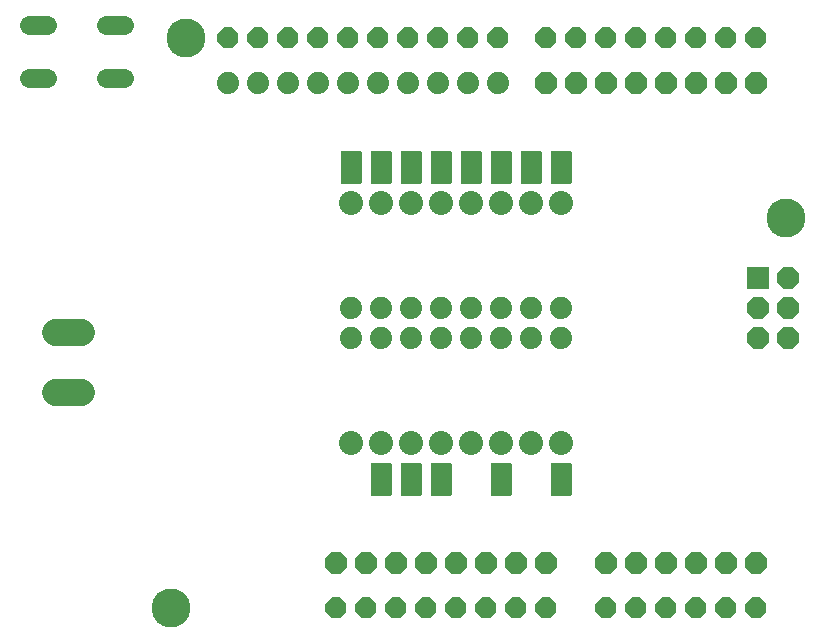
<source format=gbr>
G04 EAGLE Gerber RS-274X export*
G75*
%MOMM*%
%FSLAX34Y34*%
%LPD*%
%INSoldermask Top*%
%IPPOS*%
%AMOC8*
5,1,8,0,0,1.08239X$1,22.5*%
G01*
%ADD10C,3.301600*%
%ADD11P,1.924489X8X22.500000*%
%ADD12P,2.034460X8X22.500000*%
%ADD13R,1.879600X1.879600*%
%ADD14P,2.034460X8X292.500000*%
%ADD15C,1.879600*%
%ADD16P,2.034460X8X112.500000*%
%ADD17C,1.625600*%
%ADD18C,2.032000*%
%ADD19C,2.286000*%

G36*
X452238Y384826D02*
X452238Y384826D01*
X452357Y384833D01*
X452395Y384846D01*
X452436Y384851D01*
X452546Y384894D01*
X452659Y384931D01*
X452694Y384953D01*
X452731Y384968D01*
X452827Y385038D01*
X452928Y385101D01*
X452956Y385131D01*
X452989Y385154D01*
X453065Y385246D01*
X453146Y385333D01*
X453166Y385368D01*
X453191Y385399D01*
X453242Y385507D01*
X453300Y385611D01*
X453310Y385651D01*
X453327Y385687D01*
X453349Y385804D01*
X453379Y385919D01*
X453383Y385980D01*
X453387Y386000D01*
X453385Y386020D01*
X453389Y386080D01*
X453389Y411480D01*
X453374Y411598D01*
X453367Y411717D01*
X453354Y411755D01*
X453349Y411796D01*
X453306Y411906D01*
X453269Y412019D01*
X453247Y412054D01*
X453232Y412091D01*
X453163Y412187D01*
X453099Y412288D01*
X453069Y412316D01*
X453046Y412349D01*
X452954Y412425D01*
X452867Y412506D01*
X452832Y412526D01*
X452801Y412551D01*
X452693Y412602D01*
X452589Y412660D01*
X452549Y412670D01*
X452513Y412687D01*
X452396Y412709D01*
X452281Y412739D01*
X452221Y412743D01*
X452201Y412747D01*
X452180Y412745D01*
X452120Y412749D01*
X436880Y412749D01*
X436762Y412734D01*
X436643Y412727D01*
X436605Y412714D01*
X436564Y412709D01*
X436454Y412666D01*
X436341Y412629D01*
X436306Y412607D01*
X436269Y412592D01*
X436173Y412523D01*
X436072Y412459D01*
X436044Y412429D01*
X436011Y412406D01*
X435936Y412314D01*
X435854Y412227D01*
X435834Y412192D01*
X435809Y412161D01*
X435758Y412053D01*
X435700Y411949D01*
X435690Y411909D01*
X435673Y411873D01*
X435651Y411756D01*
X435621Y411641D01*
X435617Y411581D01*
X435613Y411561D01*
X435614Y411549D01*
X435613Y411546D01*
X435614Y411533D01*
X435611Y411480D01*
X435611Y386080D01*
X435626Y385962D01*
X435633Y385843D01*
X435646Y385805D01*
X435651Y385764D01*
X435694Y385654D01*
X435731Y385541D01*
X435753Y385506D01*
X435768Y385469D01*
X435838Y385373D01*
X435901Y385272D01*
X435931Y385244D01*
X435954Y385211D01*
X436046Y385136D01*
X436133Y385054D01*
X436168Y385034D01*
X436199Y385009D01*
X436307Y384958D01*
X436411Y384900D01*
X436451Y384890D01*
X436487Y384873D01*
X436604Y384851D01*
X436719Y384821D01*
X436780Y384817D01*
X436800Y384813D01*
X436820Y384815D01*
X436880Y384811D01*
X452120Y384811D01*
X452238Y384826D01*
G37*
G36*
X299838Y384826D02*
X299838Y384826D01*
X299957Y384833D01*
X299995Y384846D01*
X300036Y384851D01*
X300146Y384894D01*
X300259Y384931D01*
X300294Y384953D01*
X300331Y384968D01*
X300427Y385038D01*
X300528Y385101D01*
X300556Y385131D01*
X300589Y385154D01*
X300665Y385246D01*
X300746Y385333D01*
X300766Y385368D01*
X300791Y385399D01*
X300842Y385507D01*
X300900Y385611D01*
X300910Y385651D01*
X300927Y385687D01*
X300949Y385804D01*
X300979Y385919D01*
X300983Y385980D01*
X300987Y386000D01*
X300985Y386020D01*
X300989Y386080D01*
X300989Y411480D01*
X300974Y411598D01*
X300967Y411717D01*
X300954Y411755D01*
X300949Y411796D01*
X300906Y411906D01*
X300869Y412019D01*
X300847Y412054D01*
X300832Y412091D01*
X300763Y412187D01*
X300699Y412288D01*
X300669Y412316D01*
X300646Y412349D01*
X300554Y412425D01*
X300467Y412506D01*
X300432Y412526D01*
X300401Y412551D01*
X300293Y412602D01*
X300189Y412660D01*
X300149Y412670D01*
X300113Y412687D01*
X299996Y412709D01*
X299881Y412739D01*
X299821Y412743D01*
X299801Y412747D01*
X299780Y412745D01*
X299720Y412749D01*
X284480Y412749D01*
X284362Y412734D01*
X284243Y412727D01*
X284205Y412714D01*
X284164Y412709D01*
X284054Y412666D01*
X283941Y412629D01*
X283906Y412607D01*
X283869Y412592D01*
X283773Y412523D01*
X283672Y412459D01*
X283644Y412429D01*
X283611Y412406D01*
X283536Y412314D01*
X283454Y412227D01*
X283434Y412192D01*
X283409Y412161D01*
X283358Y412053D01*
X283300Y411949D01*
X283290Y411909D01*
X283273Y411873D01*
X283251Y411756D01*
X283221Y411641D01*
X283217Y411581D01*
X283213Y411561D01*
X283214Y411549D01*
X283213Y411546D01*
X283214Y411533D01*
X283211Y411480D01*
X283211Y386080D01*
X283226Y385962D01*
X283233Y385843D01*
X283246Y385805D01*
X283251Y385764D01*
X283294Y385654D01*
X283331Y385541D01*
X283353Y385506D01*
X283368Y385469D01*
X283438Y385373D01*
X283501Y385272D01*
X283531Y385244D01*
X283554Y385211D01*
X283646Y385136D01*
X283733Y385054D01*
X283768Y385034D01*
X283799Y385009D01*
X283907Y384958D01*
X284011Y384900D01*
X284051Y384890D01*
X284087Y384873D01*
X284204Y384851D01*
X284319Y384821D01*
X284380Y384817D01*
X284400Y384813D01*
X284420Y384815D01*
X284480Y384811D01*
X299720Y384811D01*
X299838Y384826D01*
G37*
G36*
X477638Y384826D02*
X477638Y384826D01*
X477757Y384833D01*
X477795Y384846D01*
X477836Y384851D01*
X477946Y384894D01*
X478059Y384931D01*
X478094Y384953D01*
X478131Y384968D01*
X478227Y385038D01*
X478328Y385101D01*
X478356Y385131D01*
X478389Y385154D01*
X478465Y385246D01*
X478546Y385333D01*
X478566Y385368D01*
X478591Y385399D01*
X478642Y385507D01*
X478700Y385611D01*
X478710Y385651D01*
X478727Y385687D01*
X478749Y385804D01*
X478779Y385919D01*
X478783Y385980D01*
X478787Y386000D01*
X478785Y386020D01*
X478789Y386080D01*
X478789Y411480D01*
X478774Y411598D01*
X478767Y411717D01*
X478754Y411755D01*
X478749Y411796D01*
X478706Y411906D01*
X478669Y412019D01*
X478647Y412054D01*
X478632Y412091D01*
X478563Y412187D01*
X478499Y412288D01*
X478469Y412316D01*
X478446Y412349D01*
X478354Y412425D01*
X478267Y412506D01*
X478232Y412526D01*
X478201Y412551D01*
X478093Y412602D01*
X477989Y412660D01*
X477949Y412670D01*
X477913Y412687D01*
X477796Y412709D01*
X477681Y412739D01*
X477621Y412743D01*
X477601Y412747D01*
X477580Y412745D01*
X477520Y412749D01*
X462280Y412749D01*
X462162Y412734D01*
X462043Y412727D01*
X462005Y412714D01*
X461964Y412709D01*
X461854Y412666D01*
X461741Y412629D01*
X461706Y412607D01*
X461669Y412592D01*
X461573Y412523D01*
X461472Y412459D01*
X461444Y412429D01*
X461411Y412406D01*
X461336Y412314D01*
X461254Y412227D01*
X461234Y412192D01*
X461209Y412161D01*
X461158Y412053D01*
X461100Y411949D01*
X461090Y411909D01*
X461073Y411873D01*
X461051Y411756D01*
X461021Y411641D01*
X461017Y411581D01*
X461013Y411561D01*
X461014Y411549D01*
X461013Y411546D01*
X461014Y411533D01*
X461011Y411480D01*
X461011Y386080D01*
X461026Y385962D01*
X461033Y385843D01*
X461046Y385805D01*
X461051Y385764D01*
X461094Y385654D01*
X461131Y385541D01*
X461153Y385506D01*
X461168Y385469D01*
X461238Y385373D01*
X461301Y385272D01*
X461331Y385244D01*
X461354Y385211D01*
X461446Y385136D01*
X461533Y385054D01*
X461568Y385034D01*
X461599Y385009D01*
X461707Y384958D01*
X461811Y384900D01*
X461851Y384890D01*
X461887Y384873D01*
X462004Y384851D01*
X462119Y384821D01*
X462180Y384817D01*
X462200Y384813D01*
X462220Y384815D01*
X462280Y384811D01*
X477520Y384811D01*
X477638Y384826D01*
G37*
G36*
X426838Y384826D02*
X426838Y384826D01*
X426957Y384833D01*
X426995Y384846D01*
X427036Y384851D01*
X427146Y384894D01*
X427259Y384931D01*
X427294Y384953D01*
X427331Y384968D01*
X427427Y385038D01*
X427528Y385101D01*
X427556Y385131D01*
X427589Y385154D01*
X427665Y385246D01*
X427746Y385333D01*
X427766Y385368D01*
X427791Y385399D01*
X427842Y385507D01*
X427900Y385611D01*
X427910Y385651D01*
X427927Y385687D01*
X427949Y385804D01*
X427979Y385919D01*
X427983Y385980D01*
X427987Y386000D01*
X427985Y386020D01*
X427989Y386080D01*
X427989Y411480D01*
X427974Y411598D01*
X427967Y411717D01*
X427954Y411755D01*
X427949Y411796D01*
X427906Y411906D01*
X427869Y412019D01*
X427847Y412054D01*
X427832Y412091D01*
X427763Y412187D01*
X427699Y412288D01*
X427669Y412316D01*
X427646Y412349D01*
X427554Y412425D01*
X427467Y412506D01*
X427432Y412526D01*
X427401Y412551D01*
X427293Y412602D01*
X427189Y412660D01*
X427149Y412670D01*
X427113Y412687D01*
X426996Y412709D01*
X426881Y412739D01*
X426821Y412743D01*
X426801Y412747D01*
X426780Y412745D01*
X426720Y412749D01*
X411480Y412749D01*
X411362Y412734D01*
X411243Y412727D01*
X411205Y412714D01*
X411164Y412709D01*
X411054Y412666D01*
X410941Y412629D01*
X410906Y412607D01*
X410869Y412592D01*
X410773Y412523D01*
X410672Y412459D01*
X410644Y412429D01*
X410611Y412406D01*
X410536Y412314D01*
X410454Y412227D01*
X410434Y412192D01*
X410409Y412161D01*
X410358Y412053D01*
X410300Y411949D01*
X410290Y411909D01*
X410273Y411873D01*
X410251Y411756D01*
X410221Y411641D01*
X410217Y411581D01*
X410213Y411561D01*
X410214Y411549D01*
X410213Y411546D01*
X410214Y411533D01*
X410211Y411480D01*
X410211Y386080D01*
X410226Y385962D01*
X410233Y385843D01*
X410246Y385805D01*
X410251Y385764D01*
X410294Y385654D01*
X410331Y385541D01*
X410353Y385506D01*
X410368Y385469D01*
X410438Y385373D01*
X410501Y385272D01*
X410531Y385244D01*
X410554Y385211D01*
X410646Y385136D01*
X410733Y385054D01*
X410768Y385034D01*
X410799Y385009D01*
X410907Y384958D01*
X411011Y384900D01*
X411051Y384890D01*
X411087Y384873D01*
X411204Y384851D01*
X411319Y384821D01*
X411380Y384817D01*
X411400Y384813D01*
X411420Y384815D01*
X411480Y384811D01*
X426720Y384811D01*
X426838Y384826D01*
G37*
G36*
X325238Y384826D02*
X325238Y384826D01*
X325357Y384833D01*
X325395Y384846D01*
X325436Y384851D01*
X325546Y384894D01*
X325659Y384931D01*
X325694Y384953D01*
X325731Y384968D01*
X325827Y385038D01*
X325928Y385101D01*
X325956Y385131D01*
X325989Y385154D01*
X326065Y385246D01*
X326146Y385333D01*
X326166Y385368D01*
X326191Y385399D01*
X326242Y385507D01*
X326300Y385611D01*
X326310Y385651D01*
X326327Y385687D01*
X326349Y385804D01*
X326379Y385919D01*
X326383Y385980D01*
X326387Y386000D01*
X326385Y386020D01*
X326389Y386080D01*
X326389Y411480D01*
X326374Y411598D01*
X326367Y411717D01*
X326354Y411755D01*
X326349Y411796D01*
X326306Y411906D01*
X326269Y412019D01*
X326247Y412054D01*
X326232Y412091D01*
X326163Y412187D01*
X326099Y412288D01*
X326069Y412316D01*
X326046Y412349D01*
X325954Y412425D01*
X325867Y412506D01*
X325832Y412526D01*
X325801Y412551D01*
X325693Y412602D01*
X325589Y412660D01*
X325549Y412670D01*
X325513Y412687D01*
X325396Y412709D01*
X325281Y412739D01*
X325221Y412743D01*
X325201Y412747D01*
X325180Y412745D01*
X325120Y412749D01*
X309880Y412749D01*
X309762Y412734D01*
X309643Y412727D01*
X309605Y412714D01*
X309564Y412709D01*
X309454Y412666D01*
X309341Y412629D01*
X309306Y412607D01*
X309269Y412592D01*
X309173Y412523D01*
X309072Y412459D01*
X309044Y412429D01*
X309011Y412406D01*
X308936Y412314D01*
X308854Y412227D01*
X308834Y412192D01*
X308809Y412161D01*
X308758Y412053D01*
X308700Y411949D01*
X308690Y411909D01*
X308673Y411873D01*
X308651Y411756D01*
X308621Y411641D01*
X308617Y411581D01*
X308613Y411561D01*
X308614Y411549D01*
X308613Y411546D01*
X308614Y411533D01*
X308611Y411480D01*
X308611Y386080D01*
X308626Y385962D01*
X308633Y385843D01*
X308646Y385805D01*
X308651Y385764D01*
X308694Y385654D01*
X308731Y385541D01*
X308753Y385506D01*
X308768Y385469D01*
X308838Y385373D01*
X308901Y385272D01*
X308931Y385244D01*
X308954Y385211D01*
X309046Y385136D01*
X309133Y385054D01*
X309168Y385034D01*
X309199Y385009D01*
X309307Y384958D01*
X309411Y384900D01*
X309451Y384890D01*
X309487Y384873D01*
X309604Y384851D01*
X309719Y384821D01*
X309780Y384817D01*
X309800Y384813D01*
X309820Y384815D01*
X309880Y384811D01*
X325120Y384811D01*
X325238Y384826D01*
G37*
G36*
X350638Y384826D02*
X350638Y384826D01*
X350757Y384833D01*
X350795Y384846D01*
X350836Y384851D01*
X350946Y384894D01*
X351059Y384931D01*
X351094Y384953D01*
X351131Y384968D01*
X351227Y385038D01*
X351328Y385101D01*
X351356Y385131D01*
X351389Y385154D01*
X351465Y385246D01*
X351546Y385333D01*
X351566Y385368D01*
X351591Y385399D01*
X351642Y385507D01*
X351700Y385611D01*
X351710Y385651D01*
X351727Y385687D01*
X351749Y385804D01*
X351779Y385919D01*
X351783Y385980D01*
X351787Y386000D01*
X351785Y386020D01*
X351789Y386080D01*
X351789Y411480D01*
X351774Y411598D01*
X351767Y411717D01*
X351754Y411755D01*
X351749Y411796D01*
X351706Y411906D01*
X351669Y412019D01*
X351647Y412054D01*
X351632Y412091D01*
X351563Y412187D01*
X351499Y412288D01*
X351469Y412316D01*
X351446Y412349D01*
X351354Y412425D01*
X351267Y412506D01*
X351232Y412526D01*
X351201Y412551D01*
X351093Y412602D01*
X350989Y412660D01*
X350949Y412670D01*
X350913Y412687D01*
X350796Y412709D01*
X350681Y412739D01*
X350621Y412743D01*
X350601Y412747D01*
X350580Y412745D01*
X350520Y412749D01*
X335280Y412749D01*
X335162Y412734D01*
X335043Y412727D01*
X335005Y412714D01*
X334964Y412709D01*
X334854Y412666D01*
X334741Y412629D01*
X334706Y412607D01*
X334669Y412592D01*
X334573Y412523D01*
X334472Y412459D01*
X334444Y412429D01*
X334411Y412406D01*
X334336Y412314D01*
X334254Y412227D01*
X334234Y412192D01*
X334209Y412161D01*
X334158Y412053D01*
X334100Y411949D01*
X334090Y411909D01*
X334073Y411873D01*
X334051Y411756D01*
X334021Y411641D01*
X334017Y411581D01*
X334013Y411561D01*
X334014Y411549D01*
X334013Y411546D01*
X334014Y411533D01*
X334011Y411480D01*
X334011Y386080D01*
X334026Y385962D01*
X334033Y385843D01*
X334046Y385805D01*
X334051Y385764D01*
X334094Y385654D01*
X334131Y385541D01*
X334153Y385506D01*
X334168Y385469D01*
X334238Y385373D01*
X334301Y385272D01*
X334331Y385244D01*
X334354Y385211D01*
X334446Y385136D01*
X334533Y385054D01*
X334568Y385034D01*
X334599Y385009D01*
X334707Y384958D01*
X334811Y384900D01*
X334851Y384890D01*
X334887Y384873D01*
X335004Y384851D01*
X335119Y384821D01*
X335180Y384817D01*
X335200Y384813D01*
X335220Y384815D01*
X335280Y384811D01*
X350520Y384811D01*
X350638Y384826D01*
G37*
G36*
X401438Y384826D02*
X401438Y384826D01*
X401557Y384833D01*
X401595Y384846D01*
X401636Y384851D01*
X401746Y384894D01*
X401859Y384931D01*
X401894Y384953D01*
X401931Y384968D01*
X402027Y385038D01*
X402128Y385101D01*
X402156Y385131D01*
X402189Y385154D01*
X402265Y385246D01*
X402346Y385333D01*
X402366Y385368D01*
X402391Y385399D01*
X402442Y385507D01*
X402500Y385611D01*
X402510Y385651D01*
X402527Y385687D01*
X402549Y385804D01*
X402579Y385919D01*
X402583Y385980D01*
X402587Y386000D01*
X402585Y386020D01*
X402589Y386080D01*
X402589Y411480D01*
X402574Y411598D01*
X402567Y411717D01*
X402554Y411755D01*
X402549Y411796D01*
X402506Y411906D01*
X402469Y412019D01*
X402447Y412054D01*
X402432Y412091D01*
X402363Y412187D01*
X402299Y412288D01*
X402269Y412316D01*
X402246Y412349D01*
X402154Y412425D01*
X402067Y412506D01*
X402032Y412526D01*
X402001Y412551D01*
X401893Y412602D01*
X401789Y412660D01*
X401749Y412670D01*
X401713Y412687D01*
X401596Y412709D01*
X401481Y412739D01*
X401421Y412743D01*
X401401Y412747D01*
X401380Y412745D01*
X401320Y412749D01*
X386080Y412749D01*
X385962Y412734D01*
X385843Y412727D01*
X385805Y412714D01*
X385764Y412709D01*
X385654Y412666D01*
X385541Y412629D01*
X385506Y412607D01*
X385469Y412592D01*
X385373Y412523D01*
X385272Y412459D01*
X385244Y412429D01*
X385211Y412406D01*
X385136Y412314D01*
X385054Y412227D01*
X385034Y412192D01*
X385009Y412161D01*
X384958Y412053D01*
X384900Y411949D01*
X384890Y411909D01*
X384873Y411873D01*
X384851Y411756D01*
X384821Y411641D01*
X384817Y411581D01*
X384813Y411561D01*
X384814Y411549D01*
X384813Y411546D01*
X384814Y411533D01*
X384811Y411480D01*
X384811Y386080D01*
X384826Y385962D01*
X384833Y385843D01*
X384846Y385805D01*
X384851Y385764D01*
X384894Y385654D01*
X384931Y385541D01*
X384953Y385506D01*
X384968Y385469D01*
X385038Y385373D01*
X385101Y385272D01*
X385131Y385244D01*
X385154Y385211D01*
X385246Y385136D01*
X385333Y385054D01*
X385368Y385034D01*
X385399Y385009D01*
X385507Y384958D01*
X385611Y384900D01*
X385651Y384890D01*
X385687Y384873D01*
X385804Y384851D01*
X385919Y384821D01*
X385980Y384817D01*
X386000Y384813D01*
X386020Y384815D01*
X386080Y384811D01*
X401320Y384811D01*
X401438Y384826D01*
G37*
G36*
X376038Y384826D02*
X376038Y384826D01*
X376157Y384833D01*
X376195Y384846D01*
X376236Y384851D01*
X376346Y384894D01*
X376459Y384931D01*
X376494Y384953D01*
X376531Y384968D01*
X376627Y385038D01*
X376728Y385101D01*
X376756Y385131D01*
X376789Y385154D01*
X376865Y385246D01*
X376946Y385333D01*
X376966Y385368D01*
X376991Y385399D01*
X377042Y385507D01*
X377100Y385611D01*
X377110Y385651D01*
X377127Y385687D01*
X377149Y385804D01*
X377179Y385919D01*
X377183Y385980D01*
X377187Y386000D01*
X377185Y386020D01*
X377189Y386080D01*
X377189Y411480D01*
X377174Y411598D01*
X377167Y411717D01*
X377154Y411755D01*
X377149Y411796D01*
X377106Y411906D01*
X377069Y412019D01*
X377047Y412054D01*
X377032Y412091D01*
X376963Y412187D01*
X376899Y412288D01*
X376869Y412316D01*
X376846Y412349D01*
X376754Y412425D01*
X376667Y412506D01*
X376632Y412526D01*
X376601Y412551D01*
X376493Y412602D01*
X376389Y412660D01*
X376349Y412670D01*
X376313Y412687D01*
X376196Y412709D01*
X376081Y412739D01*
X376021Y412743D01*
X376001Y412747D01*
X375980Y412745D01*
X375920Y412749D01*
X360680Y412749D01*
X360562Y412734D01*
X360443Y412727D01*
X360405Y412714D01*
X360364Y412709D01*
X360254Y412666D01*
X360141Y412629D01*
X360106Y412607D01*
X360069Y412592D01*
X359973Y412523D01*
X359872Y412459D01*
X359844Y412429D01*
X359811Y412406D01*
X359736Y412314D01*
X359654Y412227D01*
X359634Y412192D01*
X359609Y412161D01*
X359558Y412053D01*
X359500Y411949D01*
X359490Y411909D01*
X359473Y411873D01*
X359451Y411756D01*
X359421Y411641D01*
X359417Y411581D01*
X359413Y411561D01*
X359414Y411549D01*
X359413Y411546D01*
X359414Y411533D01*
X359411Y411480D01*
X359411Y386080D01*
X359426Y385962D01*
X359433Y385843D01*
X359446Y385805D01*
X359451Y385764D01*
X359494Y385654D01*
X359531Y385541D01*
X359553Y385506D01*
X359568Y385469D01*
X359638Y385373D01*
X359701Y385272D01*
X359731Y385244D01*
X359754Y385211D01*
X359846Y385136D01*
X359933Y385054D01*
X359968Y385034D01*
X359999Y385009D01*
X360107Y384958D01*
X360211Y384900D01*
X360251Y384890D01*
X360287Y384873D01*
X360404Y384851D01*
X360519Y384821D01*
X360580Y384817D01*
X360600Y384813D01*
X360620Y384815D01*
X360680Y384811D01*
X375920Y384811D01*
X376038Y384826D01*
G37*
G36*
X376038Y120666D02*
X376038Y120666D01*
X376157Y120673D01*
X376195Y120686D01*
X376236Y120691D01*
X376346Y120734D01*
X376459Y120771D01*
X376494Y120793D01*
X376531Y120808D01*
X376627Y120878D01*
X376728Y120941D01*
X376756Y120971D01*
X376789Y120994D01*
X376865Y121086D01*
X376946Y121173D01*
X376966Y121208D01*
X376991Y121239D01*
X377042Y121347D01*
X377100Y121451D01*
X377110Y121491D01*
X377127Y121527D01*
X377149Y121644D01*
X377179Y121759D01*
X377183Y121820D01*
X377187Y121840D01*
X377185Y121860D01*
X377189Y121920D01*
X377189Y147320D01*
X377174Y147438D01*
X377167Y147557D01*
X377154Y147595D01*
X377149Y147636D01*
X377106Y147746D01*
X377069Y147859D01*
X377047Y147894D01*
X377032Y147931D01*
X376963Y148027D01*
X376899Y148128D01*
X376869Y148156D01*
X376846Y148189D01*
X376754Y148265D01*
X376667Y148346D01*
X376632Y148366D01*
X376601Y148391D01*
X376493Y148442D01*
X376389Y148500D01*
X376349Y148510D01*
X376313Y148527D01*
X376196Y148549D01*
X376081Y148579D01*
X376021Y148583D01*
X376001Y148587D01*
X375980Y148585D01*
X375920Y148589D01*
X360680Y148589D01*
X360562Y148574D01*
X360443Y148567D01*
X360405Y148554D01*
X360364Y148549D01*
X360254Y148506D01*
X360141Y148469D01*
X360106Y148447D01*
X360069Y148432D01*
X359973Y148363D01*
X359872Y148299D01*
X359844Y148269D01*
X359811Y148246D01*
X359736Y148154D01*
X359654Y148067D01*
X359634Y148032D01*
X359609Y148001D01*
X359558Y147893D01*
X359500Y147789D01*
X359490Y147749D01*
X359473Y147713D01*
X359451Y147596D01*
X359421Y147481D01*
X359417Y147421D01*
X359413Y147401D01*
X359414Y147389D01*
X359413Y147386D01*
X359414Y147373D01*
X359411Y147320D01*
X359411Y121920D01*
X359426Y121802D01*
X359433Y121683D01*
X359446Y121645D01*
X359451Y121604D01*
X359494Y121494D01*
X359531Y121381D01*
X359553Y121346D01*
X359568Y121309D01*
X359638Y121213D01*
X359701Y121112D01*
X359731Y121084D01*
X359754Y121051D01*
X359846Y120976D01*
X359933Y120894D01*
X359968Y120874D01*
X359999Y120849D01*
X360107Y120798D01*
X360211Y120740D01*
X360251Y120730D01*
X360287Y120713D01*
X360404Y120691D01*
X360519Y120661D01*
X360580Y120657D01*
X360600Y120653D01*
X360620Y120655D01*
X360680Y120651D01*
X375920Y120651D01*
X376038Y120666D01*
G37*
G36*
X426838Y120666D02*
X426838Y120666D01*
X426957Y120673D01*
X426995Y120686D01*
X427036Y120691D01*
X427146Y120734D01*
X427259Y120771D01*
X427294Y120793D01*
X427331Y120808D01*
X427427Y120878D01*
X427528Y120941D01*
X427556Y120971D01*
X427589Y120994D01*
X427665Y121086D01*
X427746Y121173D01*
X427766Y121208D01*
X427791Y121239D01*
X427842Y121347D01*
X427900Y121451D01*
X427910Y121491D01*
X427927Y121527D01*
X427949Y121644D01*
X427979Y121759D01*
X427983Y121820D01*
X427987Y121840D01*
X427985Y121860D01*
X427989Y121920D01*
X427989Y147320D01*
X427974Y147438D01*
X427967Y147557D01*
X427954Y147595D01*
X427949Y147636D01*
X427906Y147746D01*
X427869Y147859D01*
X427847Y147894D01*
X427832Y147931D01*
X427763Y148027D01*
X427699Y148128D01*
X427669Y148156D01*
X427646Y148189D01*
X427554Y148265D01*
X427467Y148346D01*
X427432Y148366D01*
X427401Y148391D01*
X427293Y148442D01*
X427189Y148500D01*
X427149Y148510D01*
X427113Y148527D01*
X426996Y148549D01*
X426881Y148579D01*
X426821Y148583D01*
X426801Y148587D01*
X426780Y148585D01*
X426720Y148589D01*
X411480Y148589D01*
X411362Y148574D01*
X411243Y148567D01*
X411205Y148554D01*
X411164Y148549D01*
X411054Y148506D01*
X410941Y148469D01*
X410906Y148447D01*
X410869Y148432D01*
X410773Y148363D01*
X410672Y148299D01*
X410644Y148269D01*
X410611Y148246D01*
X410536Y148154D01*
X410454Y148067D01*
X410434Y148032D01*
X410409Y148001D01*
X410358Y147893D01*
X410300Y147789D01*
X410290Y147749D01*
X410273Y147713D01*
X410251Y147596D01*
X410221Y147481D01*
X410217Y147421D01*
X410213Y147401D01*
X410214Y147389D01*
X410213Y147386D01*
X410214Y147373D01*
X410211Y147320D01*
X410211Y121920D01*
X410226Y121802D01*
X410233Y121683D01*
X410246Y121645D01*
X410251Y121604D01*
X410294Y121494D01*
X410331Y121381D01*
X410353Y121346D01*
X410368Y121309D01*
X410438Y121213D01*
X410501Y121112D01*
X410531Y121084D01*
X410554Y121051D01*
X410646Y120976D01*
X410733Y120894D01*
X410768Y120874D01*
X410799Y120849D01*
X410907Y120798D01*
X411011Y120740D01*
X411051Y120730D01*
X411087Y120713D01*
X411204Y120691D01*
X411319Y120661D01*
X411380Y120657D01*
X411400Y120653D01*
X411420Y120655D01*
X411480Y120651D01*
X426720Y120651D01*
X426838Y120666D01*
G37*
G36*
X477638Y120666D02*
X477638Y120666D01*
X477757Y120673D01*
X477795Y120686D01*
X477836Y120691D01*
X477946Y120734D01*
X478059Y120771D01*
X478094Y120793D01*
X478131Y120808D01*
X478227Y120878D01*
X478328Y120941D01*
X478356Y120971D01*
X478389Y120994D01*
X478465Y121086D01*
X478546Y121173D01*
X478566Y121208D01*
X478591Y121239D01*
X478642Y121347D01*
X478700Y121451D01*
X478710Y121491D01*
X478727Y121527D01*
X478749Y121644D01*
X478779Y121759D01*
X478783Y121820D01*
X478787Y121840D01*
X478785Y121860D01*
X478789Y121920D01*
X478789Y147320D01*
X478774Y147438D01*
X478767Y147557D01*
X478754Y147595D01*
X478749Y147636D01*
X478706Y147746D01*
X478669Y147859D01*
X478647Y147894D01*
X478632Y147931D01*
X478563Y148027D01*
X478499Y148128D01*
X478469Y148156D01*
X478446Y148189D01*
X478354Y148265D01*
X478267Y148346D01*
X478232Y148366D01*
X478201Y148391D01*
X478093Y148442D01*
X477989Y148500D01*
X477949Y148510D01*
X477913Y148527D01*
X477796Y148549D01*
X477681Y148579D01*
X477621Y148583D01*
X477601Y148587D01*
X477580Y148585D01*
X477520Y148589D01*
X462280Y148589D01*
X462162Y148574D01*
X462043Y148567D01*
X462005Y148554D01*
X461964Y148549D01*
X461854Y148506D01*
X461741Y148469D01*
X461706Y148447D01*
X461669Y148432D01*
X461573Y148363D01*
X461472Y148299D01*
X461444Y148269D01*
X461411Y148246D01*
X461336Y148154D01*
X461254Y148067D01*
X461234Y148032D01*
X461209Y148001D01*
X461158Y147893D01*
X461100Y147789D01*
X461090Y147749D01*
X461073Y147713D01*
X461051Y147596D01*
X461021Y147481D01*
X461017Y147421D01*
X461013Y147401D01*
X461014Y147389D01*
X461013Y147386D01*
X461014Y147373D01*
X461011Y147320D01*
X461011Y121920D01*
X461026Y121802D01*
X461033Y121683D01*
X461046Y121645D01*
X461051Y121604D01*
X461094Y121494D01*
X461131Y121381D01*
X461153Y121346D01*
X461168Y121309D01*
X461238Y121213D01*
X461301Y121112D01*
X461331Y121084D01*
X461354Y121051D01*
X461446Y120976D01*
X461533Y120894D01*
X461568Y120874D01*
X461599Y120849D01*
X461707Y120798D01*
X461811Y120740D01*
X461851Y120730D01*
X461887Y120713D01*
X462004Y120691D01*
X462119Y120661D01*
X462180Y120657D01*
X462200Y120653D01*
X462220Y120655D01*
X462280Y120651D01*
X477520Y120651D01*
X477638Y120666D01*
G37*
G36*
X325238Y120666D02*
X325238Y120666D01*
X325357Y120673D01*
X325395Y120686D01*
X325436Y120691D01*
X325546Y120734D01*
X325659Y120771D01*
X325694Y120793D01*
X325731Y120808D01*
X325827Y120878D01*
X325928Y120941D01*
X325956Y120971D01*
X325989Y120994D01*
X326065Y121086D01*
X326146Y121173D01*
X326166Y121208D01*
X326191Y121239D01*
X326242Y121347D01*
X326300Y121451D01*
X326310Y121491D01*
X326327Y121527D01*
X326349Y121644D01*
X326379Y121759D01*
X326383Y121820D01*
X326387Y121840D01*
X326385Y121860D01*
X326389Y121920D01*
X326389Y147320D01*
X326374Y147438D01*
X326367Y147557D01*
X326354Y147595D01*
X326349Y147636D01*
X326306Y147746D01*
X326269Y147859D01*
X326247Y147894D01*
X326232Y147931D01*
X326163Y148027D01*
X326099Y148128D01*
X326069Y148156D01*
X326046Y148189D01*
X325954Y148265D01*
X325867Y148346D01*
X325832Y148366D01*
X325801Y148391D01*
X325693Y148442D01*
X325589Y148500D01*
X325549Y148510D01*
X325513Y148527D01*
X325396Y148549D01*
X325281Y148579D01*
X325221Y148583D01*
X325201Y148587D01*
X325180Y148585D01*
X325120Y148589D01*
X309880Y148589D01*
X309762Y148574D01*
X309643Y148567D01*
X309605Y148554D01*
X309564Y148549D01*
X309454Y148506D01*
X309341Y148469D01*
X309306Y148447D01*
X309269Y148432D01*
X309173Y148363D01*
X309072Y148299D01*
X309044Y148269D01*
X309011Y148246D01*
X308936Y148154D01*
X308854Y148067D01*
X308834Y148032D01*
X308809Y148001D01*
X308758Y147893D01*
X308700Y147789D01*
X308690Y147749D01*
X308673Y147713D01*
X308651Y147596D01*
X308621Y147481D01*
X308617Y147421D01*
X308613Y147401D01*
X308614Y147389D01*
X308613Y147386D01*
X308614Y147373D01*
X308611Y147320D01*
X308611Y121920D01*
X308626Y121802D01*
X308633Y121683D01*
X308646Y121645D01*
X308651Y121604D01*
X308694Y121494D01*
X308731Y121381D01*
X308753Y121346D01*
X308768Y121309D01*
X308838Y121213D01*
X308901Y121112D01*
X308931Y121084D01*
X308954Y121051D01*
X309046Y120976D01*
X309133Y120894D01*
X309168Y120874D01*
X309199Y120849D01*
X309307Y120798D01*
X309411Y120740D01*
X309451Y120730D01*
X309487Y120713D01*
X309604Y120691D01*
X309719Y120661D01*
X309780Y120657D01*
X309800Y120653D01*
X309820Y120655D01*
X309880Y120651D01*
X325120Y120651D01*
X325238Y120666D01*
G37*
G36*
X350638Y120666D02*
X350638Y120666D01*
X350757Y120673D01*
X350795Y120686D01*
X350836Y120691D01*
X350946Y120734D01*
X351059Y120771D01*
X351094Y120793D01*
X351131Y120808D01*
X351227Y120878D01*
X351328Y120941D01*
X351356Y120971D01*
X351389Y120994D01*
X351465Y121086D01*
X351546Y121173D01*
X351566Y121208D01*
X351591Y121239D01*
X351642Y121347D01*
X351700Y121451D01*
X351710Y121491D01*
X351727Y121527D01*
X351749Y121644D01*
X351779Y121759D01*
X351783Y121820D01*
X351787Y121840D01*
X351785Y121860D01*
X351789Y121920D01*
X351789Y147320D01*
X351774Y147438D01*
X351767Y147557D01*
X351754Y147595D01*
X351749Y147636D01*
X351706Y147746D01*
X351669Y147859D01*
X351647Y147894D01*
X351632Y147931D01*
X351563Y148027D01*
X351499Y148128D01*
X351469Y148156D01*
X351446Y148189D01*
X351354Y148265D01*
X351267Y148346D01*
X351232Y148366D01*
X351201Y148391D01*
X351093Y148442D01*
X350989Y148500D01*
X350949Y148510D01*
X350913Y148527D01*
X350796Y148549D01*
X350681Y148579D01*
X350621Y148583D01*
X350601Y148587D01*
X350580Y148585D01*
X350520Y148589D01*
X335280Y148589D01*
X335162Y148574D01*
X335043Y148567D01*
X335005Y148554D01*
X334964Y148549D01*
X334854Y148506D01*
X334741Y148469D01*
X334706Y148447D01*
X334669Y148432D01*
X334573Y148363D01*
X334472Y148299D01*
X334444Y148269D01*
X334411Y148246D01*
X334336Y148154D01*
X334254Y148067D01*
X334234Y148032D01*
X334209Y148001D01*
X334158Y147893D01*
X334100Y147789D01*
X334090Y147749D01*
X334073Y147713D01*
X334051Y147596D01*
X334021Y147481D01*
X334017Y147421D01*
X334013Y147401D01*
X334014Y147389D01*
X334013Y147386D01*
X334014Y147373D01*
X334011Y147320D01*
X334011Y121920D01*
X334026Y121802D01*
X334033Y121683D01*
X334046Y121645D01*
X334051Y121604D01*
X334094Y121494D01*
X334131Y121381D01*
X334153Y121346D01*
X334168Y121309D01*
X334238Y121213D01*
X334301Y121112D01*
X334331Y121084D01*
X334354Y121051D01*
X334446Y120976D01*
X334533Y120894D01*
X334568Y120874D01*
X334599Y120849D01*
X334707Y120798D01*
X334811Y120740D01*
X334851Y120730D01*
X334887Y120713D01*
X335004Y120691D01*
X335119Y120661D01*
X335180Y120657D01*
X335200Y120653D01*
X335220Y120655D01*
X335280Y120651D01*
X350520Y120651D01*
X350638Y120666D01*
G37*
D10*
X152400Y508000D03*
X139700Y25400D03*
X660400Y355600D03*
D11*
X533400Y508000D03*
X508000Y25400D03*
X558800Y508000D03*
X584200Y508000D03*
X609600Y508000D03*
X635000Y508000D03*
X508000Y508000D03*
X482600Y508000D03*
X457200Y508000D03*
X416560Y508000D03*
X391160Y508000D03*
X365760Y508000D03*
X340360Y508000D03*
X314960Y508000D03*
X289560Y508000D03*
X264160Y508000D03*
X238760Y508000D03*
X533400Y25400D03*
X558800Y25400D03*
X584200Y25400D03*
X609600Y25400D03*
X635000Y25400D03*
X457200Y25400D03*
X431800Y25400D03*
X406400Y25400D03*
X381000Y25400D03*
X355600Y25400D03*
X330200Y25400D03*
X213360Y508000D03*
X187960Y508000D03*
X304800Y25400D03*
X279400Y25400D03*
D12*
X661670Y279400D03*
X636270Y279400D03*
D13*
X636270Y304800D03*
D12*
X661670Y304800D03*
X661670Y254000D03*
X636270Y254000D03*
D14*
X457200Y63500D03*
X431800Y63500D03*
X406400Y63500D03*
X381000Y63500D03*
X355600Y63500D03*
X330200Y63500D03*
X304800Y63500D03*
X279400Y63500D03*
D15*
X187960Y469900D03*
X213360Y469900D03*
X238760Y469900D03*
X264160Y469900D03*
X289560Y469900D03*
X314960Y469900D03*
X340360Y469900D03*
X365760Y469900D03*
X391160Y469900D03*
X416560Y469900D03*
D16*
X457200Y469900D03*
X482600Y469900D03*
X508000Y469900D03*
X533400Y469900D03*
X558800Y469900D03*
X584200Y469900D03*
X609600Y469900D03*
X635000Y469900D03*
D14*
X635000Y63500D03*
X609600Y63500D03*
X584200Y63500D03*
X558800Y63500D03*
X533400Y63500D03*
X508000Y63500D03*
D17*
X99822Y473964D02*
X84582Y473964D01*
X84582Y519176D02*
X99822Y519176D01*
X34798Y473964D02*
X19558Y473964D01*
X19558Y519176D02*
X34798Y519176D01*
D15*
X469900Y279400D03*
X469900Y254000D03*
X444500Y279400D03*
X444500Y254000D03*
X419100Y279400D03*
X419100Y254000D03*
X393700Y279400D03*
X393700Y254000D03*
X368300Y279400D03*
X368300Y254000D03*
X342900Y279400D03*
X342900Y254000D03*
X317500Y279400D03*
X317500Y254000D03*
X292100Y279400D03*
X292100Y254000D03*
D18*
X292100Y368300D03*
X317500Y368300D03*
X342900Y368300D03*
X368300Y368300D03*
X393700Y368300D03*
X419100Y368300D03*
X444500Y368300D03*
X469900Y368300D03*
X469900Y165100D03*
X444500Y165100D03*
X419100Y165100D03*
X393700Y165100D03*
X368300Y165100D03*
X342900Y165100D03*
X317500Y165100D03*
X292100Y165100D03*
D19*
X62992Y259080D02*
X41148Y259080D01*
X41148Y208280D02*
X62992Y208280D01*
M02*

</source>
